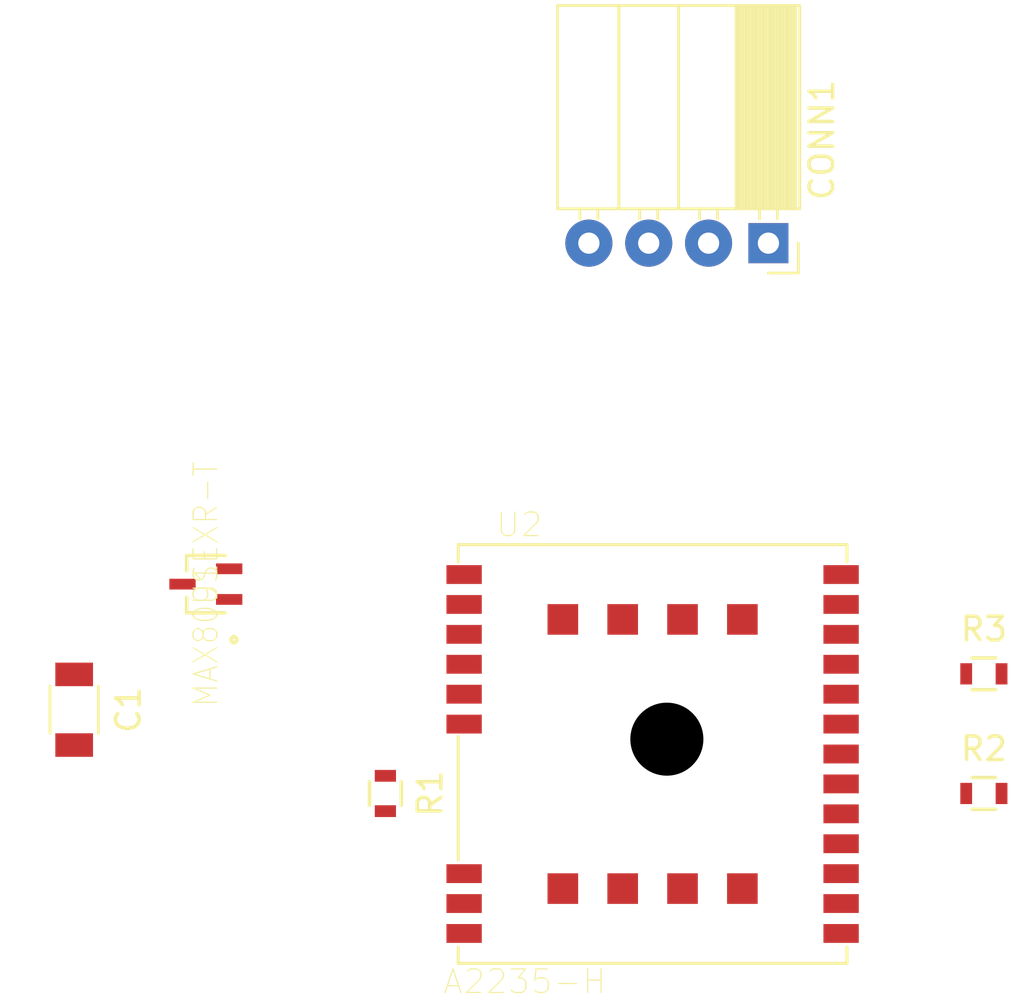
<source format=kicad_pcb>
(kicad_pcb (version 4) (host pcbnew 4.0.5)

  (general
    (links 24)
    (no_connects 24)
    (area 0 0 0 0)
    (thickness 1.6)
    (drawings 0)
    (tracks 0)
    (zones 0)
    (modules 7)
    (nets 22)
  )

  (page A4)
  (layers
    (0 F.Cu signal)
    (31 B.Cu signal)
    (32 B.Adhes user)
    (33 F.Adhes user)
    (34 B.Paste user)
    (35 F.Paste user)
    (36 B.SilkS user)
    (37 F.SilkS user)
    (38 B.Mask user)
    (39 F.Mask user)
    (40 Dwgs.User user)
    (41 Cmts.User user)
    (42 Eco1.User user)
    (43 Eco2.User user)
    (44 Edge.Cuts user)
    (45 Margin user)
    (46 B.CrtYd user)
    (47 F.CrtYd user)
    (48 B.Fab user)
    (49 F.Fab user)
  )

  (setup
    (last_trace_width 0.4)
    (trace_clearance 0.2)
    (zone_clearance 0.508)
    (zone_45_only no)
    (trace_min 0.2)
    (segment_width 0.2)
    (edge_width 0.15)
    (via_size 2)
    (via_drill 0.9)
    (via_min_size 0.4)
    (via_min_drill 0.3)
    (uvia_size 0.3)
    (uvia_drill 0.1)
    (uvias_allowed no)
    (uvia_min_size 0.2)
    (uvia_min_drill 0.1)
    (pcb_text_width 0.3)
    (pcb_text_size 1.5 1.5)
    (mod_edge_width 0.15)
    (mod_text_size 1 1)
    (mod_text_width 0.15)
    (pad_size 1.7 1.7)
    (pad_drill 0.9)
    (pad_to_mask_clearance 0.2)
    (aux_axis_origin 0 0)
    (visible_elements FFFFFF7F)
    (pcbplotparams
      (layerselection 0x00030_80000001)
      (usegerberextensions false)
      (excludeedgelayer true)
      (linewidth 0.100000)
      (plotframeref false)
      (viasonmask false)
      (mode 1)
      (useauxorigin false)
      (hpglpennumber 1)
      (hpglpenspeed 20)
      (hpglpendiameter 15)
      (hpglpenoverlay 2)
      (psnegative false)
      (psa4output false)
      (plotreference true)
      (plotvalue true)
      (plotinvisibletext false)
      (padsonsilk false)
      (subtractmaskfromsilk false)
      (outputformat 1)
      (mirror false)
      (drillshape 1)
      (scaleselection 1)
      (outputdirectory ""))
  )

  (net 0 "")
  (net 1 VCC)
  (net 2 GND)
  (net 3 TX)
  (net 4 RX)
  (net 5 "Net-(CONN1-Pad4)")
  (net 6 "Net-(R1-Pad1)")
  (net 7 "Net-(R1-Pad2)")
  (net 8 "Net-(R2-Pad1)")
  (net 9 "Net-(R3-Pad1)")
  (net 10 "Net-(U1-Pad2)")
  (net 11 "Net-(U2-Pad2)")
  (net 12 "Net-(U2-Pad19)")
  (net 13 "Net-(U2-Pad8)")
  (net 14 "Net-(U2-Pad10)")
  (net 15 "Net-(U2-Pad11)")
  (net 16 "Net-(U2-Pad12)")
  (net 17 "Net-(U2-Pad13)")
  (net 18 "Net-(U2-Pad14)")
  (net 19 "Net-(U2-Pad15)")
  (net 20 "Net-(U2-Pad16)")
  (net 21 "Net-(U2-Pad20)")

  (net_class Default "This is the default net class."
    (clearance 0.2)
    (trace_width 0.4)
    (via_dia 2)
    (via_drill 0.9)
    (uvia_dia 0.3)
    (uvia_drill 0.1)
    (add_net GND)
    (add_net "Net-(CONN1-Pad4)")
    (add_net "Net-(R1-Pad1)")
    (add_net "Net-(R1-Pad2)")
    (add_net "Net-(R2-Pad1)")
    (add_net "Net-(R3-Pad1)")
    (add_net "Net-(U1-Pad2)")
    (add_net "Net-(U2-Pad10)")
    (add_net "Net-(U2-Pad11)")
    (add_net "Net-(U2-Pad12)")
    (add_net "Net-(U2-Pad13)")
    (add_net "Net-(U2-Pad14)")
    (add_net "Net-(U2-Pad15)")
    (add_net "Net-(U2-Pad16)")
    (add_net "Net-(U2-Pad19)")
    (add_net "Net-(U2-Pad2)")
    (add_net "Net-(U2-Pad20)")
    (add_net "Net-(U2-Pad8)")
    (add_net RX)
    (add_net TX)
    (add_net VCC)
  )

  (module Capacitors_SMD:C_1206 (layer F.Cu) (tedit 5415D7BD) (tstamp 58A85A1C)
    (at 123.952 103.124 270)
    (descr "Capacitor SMD 1206, reflow soldering, AVX (see smccp.pdf)")
    (tags "capacitor 1206")
    (path /58A84810)
    (attr smd)
    (fp_text reference C1 (at 0 -2.3 270) (layer F.SilkS)
      (effects (font (size 1 1) (thickness 0.15)))
    )
    (fp_text value 0.1uF (at 0 2.3 270) (layer F.Fab)
      (effects (font (size 1 1) (thickness 0.15)))
    )
    (fp_line (start -1.6 0.8) (end -1.6 -0.8) (layer F.Fab) (width 0.1))
    (fp_line (start 1.6 0.8) (end -1.6 0.8) (layer F.Fab) (width 0.1))
    (fp_line (start 1.6 -0.8) (end 1.6 0.8) (layer F.Fab) (width 0.1))
    (fp_line (start -1.6 -0.8) (end 1.6 -0.8) (layer F.Fab) (width 0.1))
    (fp_line (start -2.3 -1.15) (end 2.3 -1.15) (layer F.CrtYd) (width 0.05))
    (fp_line (start -2.3 1.15) (end 2.3 1.15) (layer F.CrtYd) (width 0.05))
    (fp_line (start -2.3 -1.15) (end -2.3 1.15) (layer F.CrtYd) (width 0.05))
    (fp_line (start 2.3 -1.15) (end 2.3 1.15) (layer F.CrtYd) (width 0.05))
    (fp_line (start 1 -1.025) (end -1 -1.025) (layer F.SilkS) (width 0.12))
    (fp_line (start -1 1.025) (end 1 1.025) (layer F.SilkS) (width 0.12))
    (pad 1 smd rect (at -1.5 0 270) (size 1 1.6) (layers F.Cu F.Paste F.Mask)
      (net 1 VCC))
    (pad 2 smd rect (at 1.5 0 270) (size 1 1.6) (layers F.Cu F.Paste F.Mask)
      (net 2 GND))
    (model Capacitors_SMD.3dshapes/C_1206.wrl
      (at (xyz 0 0 0))
      (scale (xyz 1 1 1))
      (rotate (xyz 0 0 0))
    )
  )

  (module Socket_Strips:Socket_Strip_Angled_1x04_Pitch2.54mm (layer F.Cu) (tedit 58A85E94) (tstamp 58A85A78)
    (at 153.416 83.312 270)
    (descr "Through hole angled socket strip, 1x04, 2.54mm pitch, 8.51mm socket length, single row")
    (tags "Through hole angled socket strip THT 1x04 2.54mm single row")
    (path /58A86FDF)
    (fp_text reference CONN1 (at -4.38 -2.27 270) (layer F.SilkS)
      (effects (font (size 1 1) (thickness 0.15)))
    )
    (fp_text value CONN_01X04 (at -4.38 9.89 270) (layer F.Fab)
      (effects (font (size 1 1) (thickness 0.15)))
    )
    (fp_line (start -1.52 -1.27) (end -1.52 1.27) (layer F.Fab) (width 0.1))
    (fp_line (start -1.52 1.27) (end -10.03 1.27) (layer F.Fab) (width 0.1))
    (fp_line (start -10.03 1.27) (end -10.03 -1.27) (layer F.Fab) (width 0.1))
    (fp_line (start -10.03 -1.27) (end -1.52 -1.27) (layer F.Fab) (width 0.1))
    (fp_line (start 0 -0.32) (end 0 0.32) (layer F.Fab) (width 0.1))
    (fp_line (start 0 0.32) (end -1.52 0.32) (layer F.Fab) (width 0.1))
    (fp_line (start -1.52 0.32) (end -1.52 -0.32) (layer F.Fab) (width 0.1))
    (fp_line (start -1.52 -0.32) (end 0 -0.32) (layer F.Fab) (width 0.1))
    (fp_line (start -1.52 1.27) (end -1.52 3.81) (layer F.Fab) (width 0.1))
    (fp_line (start -1.52 3.81) (end -10.03 3.81) (layer F.Fab) (width 0.1))
    (fp_line (start -10.03 3.81) (end -10.03 1.27) (layer F.Fab) (width 0.1))
    (fp_line (start -10.03 1.27) (end -1.52 1.27) (layer F.Fab) (width 0.1))
    (fp_line (start 0 2.22) (end 0 2.86) (layer F.Fab) (width 0.1))
    (fp_line (start 0 2.86) (end -1.52 2.86) (layer F.Fab) (width 0.1))
    (fp_line (start -1.52 2.86) (end -1.52 2.22) (layer F.Fab) (width 0.1))
    (fp_line (start -1.52 2.22) (end 0 2.22) (layer F.Fab) (width 0.1))
    (fp_line (start -1.52 3.81) (end -1.52 6.35) (layer F.Fab) (width 0.1))
    (fp_line (start -1.52 6.35) (end -10.03 6.35) (layer F.Fab) (width 0.1))
    (fp_line (start -10.03 6.35) (end -10.03 3.81) (layer F.Fab) (width 0.1))
    (fp_line (start -10.03 3.81) (end -1.52 3.81) (layer F.Fab) (width 0.1))
    (fp_line (start 0 4.76) (end 0 5.4) (layer F.Fab) (width 0.1))
    (fp_line (start 0 5.4) (end -1.52 5.4) (layer F.Fab) (width 0.1))
    (fp_line (start -1.52 5.4) (end -1.52 4.76) (layer F.Fab) (width 0.1))
    (fp_line (start -1.52 4.76) (end 0 4.76) (layer F.Fab) (width 0.1))
    (fp_line (start -1.52 6.35) (end -1.52 8.89) (layer F.Fab) (width 0.1))
    (fp_line (start -1.52 8.89) (end -10.03 8.89) (layer F.Fab) (width 0.1))
    (fp_line (start -10.03 8.89) (end -10.03 6.35) (layer F.Fab) (width 0.1))
    (fp_line (start -10.03 6.35) (end -1.52 6.35) (layer F.Fab) (width 0.1))
    (fp_line (start 0 7.3) (end 0 7.94) (layer F.Fab) (width 0.1))
    (fp_line (start 0 7.94) (end -1.52 7.94) (layer F.Fab) (width 0.1))
    (fp_line (start -1.52 7.94) (end -1.52 7.3) (layer F.Fab) (width 0.1))
    (fp_line (start -1.52 7.3) (end 0 7.3) (layer F.Fab) (width 0.1))
    (fp_line (start -1.46 -1.33) (end -1.46 1.27) (layer F.SilkS) (width 0.12))
    (fp_line (start -1.46 1.27) (end -10.09 1.27) (layer F.SilkS) (width 0.12))
    (fp_line (start -10.09 1.27) (end -10.09 -1.33) (layer F.SilkS) (width 0.12))
    (fp_line (start -10.09 -1.33) (end -1.46 -1.33) (layer F.SilkS) (width 0.12))
    (fp_line (start -1.03 -0.38) (end -1.46 -0.38) (layer F.SilkS) (width 0.12))
    (fp_line (start -1.03 0.38) (end -1.46 0.38) (layer F.SilkS) (width 0.12))
    (fp_line (start -1.46 -1.15) (end -10.09 -1.15) (layer F.SilkS) (width 0.12))
    (fp_line (start -1.46 -1.03) (end -10.09 -1.03) (layer F.SilkS) (width 0.12))
    (fp_line (start -1.46 -0.91) (end -10.09 -0.91) (layer F.SilkS) (width 0.12))
    (fp_line (start -1.46 -0.79) (end -10.09 -0.79) (layer F.SilkS) (width 0.12))
    (fp_line (start -1.46 -0.67) (end -10.09 -0.67) (layer F.SilkS) (width 0.12))
    (fp_line (start -1.46 -0.55) (end -10.09 -0.55) (layer F.SilkS) (width 0.12))
    (fp_line (start -1.46 -0.43) (end -10.09 -0.43) (layer F.SilkS) (width 0.12))
    (fp_line (start -1.46 -0.31) (end -10.09 -0.31) (layer F.SilkS) (width 0.12))
    (fp_line (start -1.46 -0.19) (end -10.09 -0.19) (layer F.SilkS) (width 0.12))
    (fp_line (start -1.46 -0.07) (end -10.09 -0.07) (layer F.SilkS) (width 0.12))
    (fp_line (start -1.46 0.05) (end -10.09 0.05) (layer F.SilkS) (width 0.12))
    (fp_line (start -1.46 0.17) (end -10.09 0.17) (layer F.SilkS) (width 0.12))
    (fp_line (start -1.46 0.29) (end -10.09 0.29) (layer F.SilkS) (width 0.12))
    (fp_line (start -1.46 0.41) (end -10.09 0.41) (layer F.SilkS) (width 0.12))
    (fp_line (start -1.46 0.53) (end -10.09 0.53) (layer F.SilkS) (width 0.12))
    (fp_line (start -1.46 0.65) (end -10.09 0.65) (layer F.SilkS) (width 0.12))
    (fp_line (start -1.46 0.77) (end -10.09 0.77) (layer F.SilkS) (width 0.12))
    (fp_line (start -1.46 0.89) (end -10.09 0.89) (layer F.SilkS) (width 0.12))
    (fp_line (start -1.46 1.01) (end -10.09 1.01) (layer F.SilkS) (width 0.12))
    (fp_line (start -1.46 1.13) (end -10.09 1.13) (layer F.SilkS) (width 0.12))
    (fp_line (start -1.46 1.25) (end -10.09 1.25) (layer F.SilkS) (width 0.12))
    (fp_line (start -1.46 1.37) (end -10.09 1.37) (layer F.SilkS) (width 0.12))
    (fp_line (start -1.46 1.27) (end -1.46 3.81) (layer F.SilkS) (width 0.12))
    (fp_line (start -1.46 3.81) (end -10.09 3.81) (layer F.SilkS) (width 0.12))
    (fp_line (start -10.09 3.81) (end -10.09 1.27) (layer F.SilkS) (width 0.12))
    (fp_line (start -10.09 1.27) (end -1.46 1.27) (layer F.SilkS) (width 0.12))
    (fp_line (start -1.03 2.16) (end -1.46 2.16) (layer F.SilkS) (width 0.12))
    (fp_line (start -1.03 2.92) (end -1.46 2.92) (layer F.SilkS) (width 0.12))
    (fp_line (start -1.46 3.81) (end -1.46 6.35) (layer F.SilkS) (width 0.12))
    (fp_line (start -1.46 6.35) (end -10.09 6.35) (layer F.SilkS) (width 0.12))
    (fp_line (start -10.09 6.35) (end -10.09 3.81) (layer F.SilkS) (width 0.12))
    (fp_line (start -10.09 3.81) (end -1.46 3.81) (layer F.SilkS) (width 0.12))
    (fp_line (start -1.03 4.7) (end -1.46 4.7) (layer F.SilkS) (width 0.12))
    (fp_line (start -1.03 5.46) (end -1.46 5.46) (layer F.SilkS) (width 0.12))
    (fp_line (start -1.46 6.35) (end -1.46 8.95) (layer F.SilkS) (width 0.12))
    (fp_line (start -1.46 8.95) (end -10.09 8.95) (layer F.SilkS) (width 0.12))
    (fp_line (start -10.09 8.95) (end -10.09 6.35) (layer F.SilkS) (width 0.12))
    (fp_line (start -10.09 6.35) (end -1.46 6.35) (layer F.SilkS) (width 0.12))
    (fp_line (start -1.03 7.24) (end -1.46 7.24) (layer F.SilkS) (width 0.12))
    (fp_line (start -1.03 8) (end -1.46 8) (layer F.SilkS) (width 0.12))
    (fp_line (start 0 -1.27) (end 1.27 -1.27) (layer F.SilkS) (width 0.12))
    (fp_line (start 1.27 -1.27) (end 1.27 0) (layer F.SilkS) (width 0.12))
    (fp_line (start 1.55 -1.55) (end 1.55 9.15) (layer F.CrtYd) (width 0.05))
    (fp_line (start 1.55 9.15) (end -10.3 9.15) (layer F.CrtYd) (width 0.05))
    (fp_line (start -10.3 9.15) (end -10.3 -1.55) (layer F.CrtYd) (width 0.05))
    (fp_line (start -10.3 -1.55) (end 1.55 -1.55) (layer F.CrtYd) (width 0.05))
    (pad 1 thru_hole rect (at 0 0 270) (size 1.7 1.7) (drill 0.9) (layers *.Cu *.Mask)
      (net 3 TX))
    (pad 2 thru_hole oval (at 0 2.54 270) (size 2 2) (drill 0.9) (layers *.Cu *.Mask)
      (net 4 RX))
    (pad 3 thru_hole oval (at 0 5.08 270) (size 2 2) (drill 0.9) (layers *.Cu *.Mask)
      (net 1 VCC))
    (pad 4 thru_hole oval (at 0 7.62 270) (size 2 2) (drill 0.9) (layers *.Cu *.Mask)
      (net 5 "Net-(CONN1-Pad4)"))
    (model Socket_Strips.3dshapes/Socket_Strip_Angled_1x04_Pitch2.54mm.wrl
      (at (xyz 0 -0.15 0))
      (scale (xyz 1 1 1))
      (rotate (xyz 0 0 270))
    )
  )

  (module Resistors_SMD:R_0603 (layer F.Cu) (tedit 58307A47) (tstamp 58A85A88)
    (at 137.16 106.68 270)
    (descr "Resistor SMD 0603, reflow soldering, Vishay (see dcrcw.pdf)")
    (tags "resistor 0603")
    (path /58A834AC)
    (attr smd)
    (fp_text reference R1 (at 0 -1.9 270) (layer F.SilkS)
      (effects (font (size 1 1) (thickness 0.15)))
    )
    (fp_text value 10k (at 0 1.9 270) (layer F.Fab)
      (effects (font (size 1 1) (thickness 0.15)))
    )
    (fp_line (start -0.8 0.4) (end -0.8 -0.4) (layer F.Fab) (width 0.1))
    (fp_line (start 0.8 0.4) (end -0.8 0.4) (layer F.Fab) (width 0.1))
    (fp_line (start 0.8 -0.4) (end 0.8 0.4) (layer F.Fab) (width 0.1))
    (fp_line (start -0.8 -0.4) (end 0.8 -0.4) (layer F.Fab) (width 0.1))
    (fp_line (start -1.3 -0.8) (end 1.3 -0.8) (layer F.CrtYd) (width 0.05))
    (fp_line (start -1.3 0.8) (end 1.3 0.8) (layer F.CrtYd) (width 0.05))
    (fp_line (start -1.3 -0.8) (end -1.3 0.8) (layer F.CrtYd) (width 0.05))
    (fp_line (start 1.3 -0.8) (end 1.3 0.8) (layer F.CrtYd) (width 0.05))
    (fp_line (start 0.5 0.675) (end -0.5 0.675) (layer F.SilkS) (width 0.15))
    (fp_line (start -0.5 -0.675) (end 0.5 -0.675) (layer F.SilkS) (width 0.15))
    (pad 1 smd rect (at -0.75 0 270) (size 0.5 0.9) (layers F.Cu F.Paste F.Mask)
      (net 6 "Net-(R1-Pad1)"))
    (pad 2 smd rect (at 0.75 0 270) (size 0.5 0.9) (layers F.Cu F.Paste F.Mask)
      (net 7 "Net-(R1-Pad2)"))
    (model Resistors_SMD.3dshapes/R_0603.wrl
      (at (xyz 0 0 0))
      (scale (xyz 1 1 1))
      (rotate (xyz 0 0 0))
    )
  )

  (module Resistors_SMD:R_0603 (layer F.Cu) (tedit 58307A47) (tstamp 58A85A98)
    (at 162.56 106.68)
    (descr "Resistor SMD 0603, reflow soldering, Vishay (see dcrcw.pdf)")
    (tags "resistor 0603")
    (path /58A83706)
    (attr smd)
    (fp_text reference R2 (at 0 -1.9) (layer F.SilkS)
      (effects (font (size 1 1) (thickness 0.15)))
    )
    (fp_text value 2.2k (at 0 1.9) (layer F.Fab)
      (effects (font (size 1 1) (thickness 0.15)))
    )
    (fp_line (start -0.8 0.4) (end -0.8 -0.4) (layer F.Fab) (width 0.1))
    (fp_line (start 0.8 0.4) (end -0.8 0.4) (layer F.Fab) (width 0.1))
    (fp_line (start 0.8 -0.4) (end 0.8 0.4) (layer F.Fab) (width 0.1))
    (fp_line (start -0.8 -0.4) (end 0.8 -0.4) (layer F.Fab) (width 0.1))
    (fp_line (start -1.3 -0.8) (end 1.3 -0.8) (layer F.CrtYd) (width 0.05))
    (fp_line (start -1.3 0.8) (end 1.3 0.8) (layer F.CrtYd) (width 0.05))
    (fp_line (start -1.3 -0.8) (end -1.3 0.8) (layer F.CrtYd) (width 0.05))
    (fp_line (start 1.3 -0.8) (end 1.3 0.8) (layer F.CrtYd) (width 0.05))
    (fp_line (start 0.5 0.675) (end -0.5 0.675) (layer F.SilkS) (width 0.15))
    (fp_line (start -0.5 -0.675) (end 0.5 -0.675) (layer F.SilkS) (width 0.15))
    (pad 1 smd rect (at -0.75 0) (size 0.5 0.9) (layers F.Cu F.Paste F.Mask)
      (net 8 "Net-(R2-Pad1)"))
    (pad 2 smd rect (at 0.75 0) (size 0.5 0.9) (layers F.Cu F.Paste F.Mask)
      (net 7 "Net-(R1-Pad2)"))
    (model Resistors_SMD.3dshapes/R_0603.wrl
      (at (xyz 0 0 0))
      (scale (xyz 1 1 1))
      (rotate (xyz 0 0 0))
    )
  )

  (module Resistors_SMD:R_0603 (layer F.Cu) (tedit 58307A47) (tstamp 58A85AA8)
    (at 162.56 101.6)
    (descr "Resistor SMD 0603, reflow soldering, Vishay (see dcrcw.pdf)")
    (tags "resistor 0603")
    (path /58A8378F)
    (attr smd)
    (fp_text reference R3 (at 0 -1.9) (layer F.SilkS)
      (effects (font (size 1 1) (thickness 0.15)))
    )
    (fp_text value 2.2k (at 0 1.9) (layer F.Fab)
      (effects (font (size 1 1) (thickness 0.15)))
    )
    (fp_line (start -0.8 0.4) (end -0.8 -0.4) (layer F.Fab) (width 0.1))
    (fp_line (start 0.8 0.4) (end -0.8 0.4) (layer F.Fab) (width 0.1))
    (fp_line (start 0.8 -0.4) (end 0.8 0.4) (layer F.Fab) (width 0.1))
    (fp_line (start -0.8 -0.4) (end 0.8 -0.4) (layer F.Fab) (width 0.1))
    (fp_line (start -1.3 -0.8) (end 1.3 -0.8) (layer F.CrtYd) (width 0.05))
    (fp_line (start -1.3 0.8) (end 1.3 0.8) (layer F.CrtYd) (width 0.05))
    (fp_line (start -1.3 -0.8) (end -1.3 0.8) (layer F.CrtYd) (width 0.05))
    (fp_line (start 1.3 -0.8) (end 1.3 0.8) (layer F.CrtYd) (width 0.05))
    (fp_line (start 0.5 0.675) (end -0.5 0.675) (layer F.SilkS) (width 0.15))
    (fp_line (start -0.5 -0.675) (end 0.5 -0.675) (layer F.SilkS) (width 0.15))
    (pad 1 smd rect (at -0.75 0) (size 0.5 0.9) (layers F.Cu F.Paste F.Mask)
      (net 9 "Net-(R3-Pad1)"))
    (pad 2 smd rect (at 0.75 0) (size 0.5 0.9) (layers F.Cu F.Paste F.Mask)
      (net 7 "Net-(R1-Pad2)"))
    (model Resistors_SMD.3dshapes/R_0603.wrl
      (at (xyz 0 0 0))
      (scale (xyz 1 1 1))
      (rotate (xyz 0 0 0))
    )
  )

  (module MAX809SEXR-T:21-0075D (layer F.Cu) (tedit 0) (tstamp 58A85AC7)
    (at 129.54 97.79 90)
    (path /58A84263)
    (solder_mask_margin 0.1)
    (attr smd)
    (fp_text reference U1 (at 0 0 90) (layer F.SilkS)
      (effects (font (size 1 0.9) (thickness 0.05)))
    )
    (fp_text value MAX809SEXR-T (at 0 0 90) (layer F.SilkS)
      (effects (font (size 1 0.9) (thickness 0.05)))
    )
    (fp_line (start -0.4572 0.6604) (end -0.8636 0.6604) (layer Dwgs.User) (width 0.1524))
    (fp_line (start -0.8636 0.6604) (end -0.8636 1.1938) (layer Dwgs.User) (width 0.1524))
    (fp_line (start -0.8636 1.1938) (end -0.4572 1.1938) (layer Dwgs.User) (width 0.1524))
    (fp_line (start -0.4572 1.1938) (end -0.4572 0.6604) (layer Dwgs.User) (width 0.1524))
    (fp_line (start 0.8636 0.6604) (end 0.4572 0.6604) (layer Dwgs.User) (width 0.1524))
    (fp_line (start 0.4572 0.6604) (end 0.4572 1.1938) (layer Dwgs.User) (width 0.1524))
    (fp_line (start 0.4572 1.1938) (end 0.8636 1.1938) (layer Dwgs.User) (width 0.1524))
    (fp_line (start 0.8636 1.1938) (end 0.8636 0.6604) (layer Dwgs.User) (width 0.1524))
    (fp_line (start -0.2032 -0.6604) (end 0.2032 -0.6604) (layer Dwgs.User) (width 0.1524))
    (fp_line (start 0.2032 -0.6604) (end 0.2032 -1.1938) (layer Dwgs.User) (width 0.1524))
    (fp_line (start 0.2032 -1.1938) (end -0.2032 -1.1938) (layer Dwgs.User) (width 0.1524))
    (fp_line (start -0.2032 -1.1938) (end -0.2032 -0.6604) (layer Dwgs.User) (width 0.1524))
    (fp_line (start -1.1176 0.6604) (end 1.1176 0.6604) (layer Dwgs.User) (width 0.1524))
    (fp_line (start 1.1176 0.6604) (end 1.1176 -0.6604) (layer Dwgs.User) (width 0.1524))
    (fp_line (start 1.1176 -0.6604) (end -1.1176 -0.6604) (layer Dwgs.User) (width 0.1524))
    (fp_line (start -1.1176 -0.6604) (end -1.1176 0.6604) (layer Dwgs.User) (width 0.1524))
    (fp_arc (start -0.8382 0.4191) (end -0.9652 0.4318) (angle -180) (layer Dwgs.User) (width 0))
    (fp_arc (start -0.8382 0.4191) (end -0.7112 0.4064) (angle -180) (layer Dwgs.User) (width 0))
    (fp_line (start -0.5588 -0.8128) (end -1.2192 -0.8128) (layer F.SilkS) (width 0.1524))
    (fp_line (start 1.2192 0.8128) (end 1.2192 -0.8128) (layer F.SilkS) (width 0.1524))
    (fp_line (start 1.2192 -0.8128) (end 0.5588 -0.8128) (layer F.SilkS) (width 0.1524))
    (fp_line (start -1.2192 -0.8128) (end -1.2192 0.8128) (layer F.SilkS) (width 0.1524))
    (fp_arc (start -2.3622 1.1938) (end -2.4892 1.1938) (angle -180) (layer F.SilkS) (width 0.1524))
    (fp_arc (start -2.3622 1.1938) (end -2.2352 1.1938) (angle -180) (layer F.SilkS) (width 0.1524))
    (pad 1 smd rect (at -0.65 0.9906 90) (size 0.4572 1.1176) (layers F.Cu F.Paste F.Mask)
      (net 2 GND) (solder_mask_margin 0.2))
    (pad 2 smd rect (at 0.65 0.9906 90) (size 0.4572 1.1176) (layers F.Cu F.Paste F.Mask)
      (net 10 "Net-(U1-Pad2)") (solder_mask_margin 0.2))
    (pad 3 smd rect (at 0 -0.9906 90) (size 0.4572 1.1176) (layers F.Cu F.Paste F.Mask)
      (net 1 VCC) (solder_mask_margin 0.2))
  )

  (module A2235-H:XCVR_A2235-H (layer F.Cu) (tedit 0) (tstamp 58A85AF7)
    (at 148.5011 105.0036)
    (path /58A8300D)
    (solder_mask_margin 0.1)
    (attr smd)
    (fp_text reference U2 (at -5.66 -9.735) (layer F.SilkS)
      (effects (font (size 1 1) (thickness 0.05)))
    )
    (fp_text value A2235-H (at -5.425 9.665) (layer F.SilkS)
      (effects (font (size 1 1) (thickness 0.05)))
    )
    (fp_line (start -8.255 -8.89) (end -8.255 8.89) (layer Dwgs.User) (width 0.127))
    (fp_line (start -8.255 8.89) (end 8.255 8.89) (layer F.SilkS) (width 0.127))
    (fp_line (start 8.255 8.89) (end 8.255 -8.89) (layer Dwgs.User) (width 0.127))
    (fp_line (start 8.255 -8.89) (end -8.255 -8.89) (layer F.SilkS) (width 0.127))
    (fp_line (start -8.25 -0.75) (end -8.25 4.5) (layer F.SilkS) (width 0.127))
    (fp_line (start -8.25 8.2) (end -8.25 8.9) (layer F.SilkS) (width 0.127))
    (fp_line (start 8.25 8.2) (end 8.25 8.9) (layer F.SilkS) (width 0.127))
    (fp_line (start -8.25 -8.9) (end -8.25 -8.15) (layer F.SilkS) (width 0.127))
    (fp_line (start 8.25 -8.15) (end 8.25 -8.9) (layer F.SilkS) (width 0.127))
    (fp_line (start -9 -9.15) (end 9 -9.15) (layer Dwgs.User) (width 0.127))
    (fp_line (start 9 -9.15) (end 9 9.15) (layer Dwgs.User) (width 0.127))
    (fp_line (start 9 9.15) (end -9 9.15) (layer Dwgs.User) (width 0.127))
    (fp_line (start -9 9.15) (end -9 -9.15) (layer Dwgs.User) (width 0.127))
    (pad 1 smd rect (at -8 -7.62) (size 1.5 0.8) (layers F.Cu F.Paste F.Mask)
      (net 10 "Net-(U1-Pad2)") (solder_mask_margin 0.2))
    (pad 2 smd rect (at -8 -6.35) (size 1.5 0.8) (layers F.Cu F.Paste F.Mask)
      (net 11 "Net-(U2-Pad2)") (solder_mask_margin 0.2))
    (pad 3 smd rect (at -8 -5.08) (size 1.5 0.8) (layers F.Cu F.Paste F.Mask)
      (net 1 VCC) (solder_mask_margin 0.2))
    (pad 4 smd rect (at -8 -3.81) (size 1.5 0.8) (layers F.Cu F.Paste F.Mask)
      (net 12 "Net-(U2-Pad19)") (solder_mask_margin 0.2))
    (pad 5 smd rect (at -8 -2.54) (size 1.5 0.8) (layers F.Cu F.Paste F.Mask)
      (net 6 "Net-(R1-Pad1)") (solder_mask_margin 0.2))
    (pad 6 smd rect (at -8 -1.27) (size 1.5 0.8) (layers F.Cu F.Paste F.Mask)
      (net 2 GND) (solder_mask_margin 0.2))
    (pad 7 smd rect (at -8 5.08) (size 1.5 0.8) (layers F.Cu F.Paste F.Mask)
      (net 7 "Net-(R1-Pad2)") (solder_mask_margin 0.2))
    (pad 8 smd rect (at -8 6.35) (size 1.5 0.8) (layers F.Cu F.Paste F.Mask)
      (net 13 "Net-(U2-Pad8)") (solder_mask_margin 0.2))
    (pad 9 smd rect (at -8 7.62) (size 1.5 0.8) (layers F.Cu F.Paste F.Mask)
      (net 2 GND) (solder_mask_margin 0.2))
    (pad 10 smd rect (at 8 7.62) (size 1.5 0.8) (layers F.Cu F.Paste F.Mask)
      (net 14 "Net-(U2-Pad10)") (solder_mask_margin 0.2))
    (pad 11 smd rect (at 8 6.35) (size 1.5 0.8) (layers F.Cu F.Paste F.Mask)
      (net 15 "Net-(U2-Pad11)") (solder_mask_margin 0.2))
    (pad 12 smd rect (at 8 5.08) (size 1.5 0.8) (layers F.Cu F.Paste F.Mask)
      (net 16 "Net-(U2-Pad12)") (solder_mask_margin 0.2))
    (pad 13 smd rect (at 8 3.81) (size 1.5 0.8) (layers F.Cu F.Paste F.Mask)
      (net 17 "Net-(U2-Pad13)") (solder_mask_margin 0.2))
    (pad 14 smd rect (at 8 2.54) (size 1.5 0.8) (layers F.Cu F.Paste F.Mask)
      (net 18 "Net-(U2-Pad14)") (solder_mask_margin 0.2))
    (pad 15 smd rect (at 8 1.27) (size 1.5 0.8) (layers F.Cu F.Paste F.Mask)
      (net 19 "Net-(U2-Pad15)") (solder_mask_margin 0.2))
    (pad 16 smd rect (at 8 0) (size 1.5 0.8) (layers F.Cu F.Paste F.Mask)
      (net 20 "Net-(U2-Pad16)") (solder_mask_margin 0.2))
    (pad 17 smd rect (at 8 -1.27) (size 1.5 0.8) (layers F.Cu F.Paste F.Mask)
      (net 8 "Net-(R2-Pad1)") (solder_mask_margin 0.2))
    (pad 18 smd rect (at 8 -2.54) (size 1.5 0.8) (layers F.Cu F.Paste F.Mask)
      (net 9 "Net-(R3-Pad1)") (solder_mask_margin 0.2))
    (pad 19 smd rect (at 8 -3.81) (size 1.5 0.8) (layers F.Cu F.Paste F.Mask)
      (net 12 "Net-(U2-Pad19)") (solder_mask_margin 0.2))
    (pad 20 smd rect (at 8 -5.08) (size 1.5 0.8) (layers F.Cu F.Paste F.Mask)
      (net 21 "Net-(U2-Pad20)") (solder_mask_margin 0.2))
    (pad 21 smd rect (at 8 -6.35) (size 1.5 0.8) (layers F.Cu F.Paste F.Mask)
      (net 3 TX) (solder_mask_margin 0.2))
    (pad 22 smd rect (at 8 -7.62) (size 1.5 0.8) (layers F.Cu F.Paste F.Mask)
      (net 4 RX) (solder_mask_margin 0.2))
    (pad 23 smd rect (at -3.81 -5.715) (size 1.3 1.3) (layers F.Cu F.Paste F.Mask)
      (net 2 GND) (solder_mask_margin 0.2))
    (pad 24 smd rect (at -1.27 -5.715) (size 1.3 1.3) (layers F.Cu F.Paste F.Mask)
      (net 2 GND) (solder_mask_margin 0.2))
    (pad 25 smd rect (at 1.27 -5.715) (size 1.3 1.3) (layers F.Cu F.Paste F.Mask)
      (net 2 GND) (solder_mask_margin 0.2))
    (pad 26 smd rect (at 3.81 -5.715) (size 1.3 1.3) (layers F.Cu F.Paste F.Mask)
      (net 2 GND) (solder_mask_margin 0.2))
    (pad 27 smd rect (at -3.81 5.715) (size 1.3 1.3) (layers F.Cu F.Paste F.Mask)
      (net 2 GND) (solder_mask_margin 0.2))
    (pad 28 smd rect (at -1.27 5.715) (size 1.3 1.3) (layers F.Cu F.Paste F.Mask)
      (net 2 GND) (solder_mask_margin 0.2))
    (pad 29 smd rect (at 1.27 5.715) (size 1.3 1.3) (layers F.Cu F.Paste F.Mask)
      (net 2 GND) (solder_mask_margin 0.2))
    (pad 30 smd rect (at 3.81 5.715) (size 1.3 1.3) (layers F.Cu F.Paste F.Mask)
      (net 2 GND) (solder_mask_margin 0.2))
    (pad Hole np_thru_hole circle (at 0.605 -0.63) (size 3.1 3.1) (drill 3.1) (layers))
  )

)

</source>
